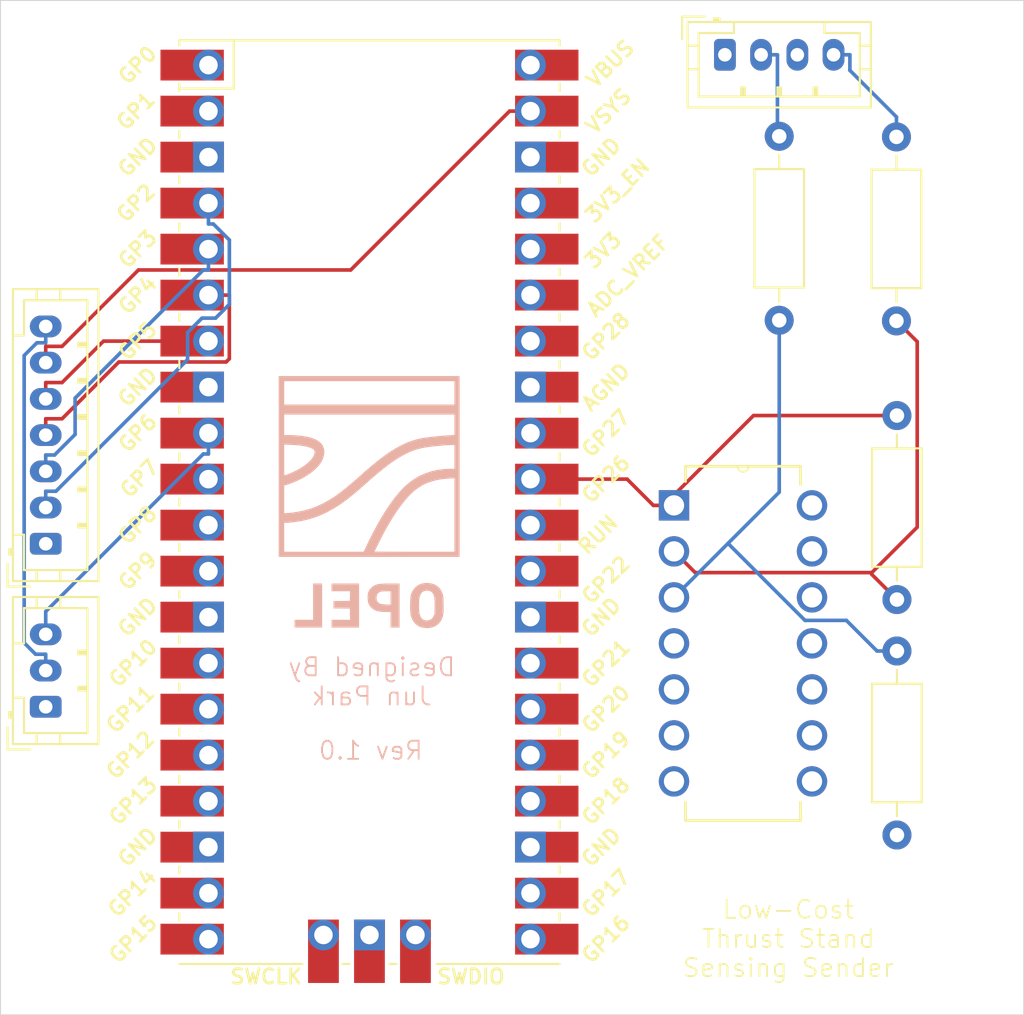
<source format=kicad_pcb>
(kicad_pcb (version 20240108) (generator "pcbnew") (generator_version "8.0")
  (layers (0 "F.Cu" signal) (31 "B.Cu" signal) (34 "B.Paste" user) (35 "F.Paste" user) (36 "B.SilkS" user "B.Silkscreen") (37 "F.SilkS" user "F.Silkscreen") (38 "B.Mask" user) (39 "F.Mask" user) (44 "Edge.Cuts" user))
  (net 0 "")
  (net 1 "/SERVO")
  (net 2 "/3V3_Chamber")
  (net 7 "/OUT1")
  (net 9 "/ADC")
  (net 11 "/5V")
  (net 14 "Net-(U3-POS1)")
  (net 34 "/GND")
  (net 36 "/3V3")
  (net 49 "/FS_OUTPUT(-)")
  (net 50 "/FS_OUTPUT(+)")
  (net 58 "/I2C0_SDA")
  (net 59 "/I2C1_SCL")
  (net 60 "/I2C0_SCL")
  (net 61 "/I2C1_SDA")
  (footprint "Resistor_THT:R_Axial_DIN0207_L6.3mm_D2.5mm_P10.16mm_Horizontal" (layer "F.Cu") (at 183 153.58 90)
    (property "Reference" "R2" (hide yes))
    (property "Value" "50k" (hide yes))
    (pad "1" thru_hole circle (at 0 0 90) (size 1.6 1.6) (drill 0.8) (layers "*.Cu" "*.Mask") (net 34 "/GND"))
    (pad "2" thru_hole oval (at 10.16 0 90) (size 1.6 1.6) (drill 0.8) (layers "*.Cu" "*.Mask") (net 14 "Net-(U3-POS1)"))
  )
  (footprint "MountingHole:MountingHole_2.2mm_M2" (layer "F.Cu") (at 187 157.5)
    (property "Reference" "H4" (hide yes))
    (property "Value" "MountingHole" (hide yes))
    (pad "" np_thru_hole circle (at 0 0) (size 2.2 2.2) (drill 2.2) (layers "*.Cu" "*.Mask"))
  )
  (footprint "LMC6484IN_NOPB:DIP254P762X508-14" (layer "F.Cu") (at 178.31 150.62)
    (property "Reference" "U3" (hide yes))
    (property "Value" "LMC6484IN_NOPB" (hide yes))
    (pad "1" thru_hole rect (at -7.62 -15.24) (size 1.6764 1.6764) (drill 1.1176) (layers "*.Cu" "*.Mask") (net 9 "/ADC"))
    (pad "2" thru_hole circle (at -7.62 -12.7) (size 1.6764 1.6764) (drill 1.1176) (layers "*.Cu" "*.Mask") (net 7 "/OUT1"))
    (pad "3" thru_hole circle (at -7.62 -10.16) (size 1.6764 1.6764) (drill 1.1176) (layers "*.Cu" "*.Mask") (net 14 "Net-(U3-POS1)"))
    (pad "4" thru_hole circle (at -7.62 -7.62) (size 1.6764 1.6764) (drill 1.1176) (layers "*.Cu" "*.Mask") (net 2 "/3V3_Chamber"))
    (pad "5" thru_hole circle (at -7.62 -5.08) (size 1.6764 1.6764) (drill 1.1176) (layers "*.Cu" "*.Mask"))
    (pad "6" thru_hole circle (at -7.62 -2.54) (size 1.6764 1.6764) (drill 1.1176) (layers "*.Cu" "*.Mask"))
    (pad "7" thru_hole circle (at -7.62 0) (size 1.6764 1.6764) (drill 1.1176) (layers "*.Cu" "*.Mask"))
    (pad "8" thru_hole circle (at 0 0) (size 1.6764 1.6764) (drill 1.1176) (layers "*.Cu" "*.Mask"))
    (pad "9" thru_hole circle (at 0 -2.54) (size 1.6764 1.6764) (drill 1.1176) (layers "*.Cu" "*.Mask"))
    (pad "10" thru_hole circle (at 0 -5.08) (size 1.6764 1.6764) (drill 1.1176) (layers "*.Cu" "*.Mask"))
    (pad "11" thru_hole circle (at 0 -7.62) (size 1.6764 1.6764) (drill 1.1176) (layers "*.Cu" "*.Mask") (net 34 "/GND"))
    (pad "12" thru_hole circle (at 0 -10.16) (size 1.6764 1.6764) (drill 1.1176) (layers "*.Cu" "*.Mask"))
    (pad "13" thru_hole circle (at 0 -12.7) (size 1.6764 1.6764) (drill 1.1176) (layers "*.Cu" "*.Mask"))
    (pad "14" thru_hole circle (at 0 -15.24) (size 1.6764 1.6764) (drill 1.1176) (layers "*.Cu" "*.Mask"))
  )
  (footprint "MountingHole:MountingHole_2.2mm_M2" (layer "F.Cu") (at 136.5 112)
    (property "Reference" "H1" (hide yes))
    (property "Value" "MountingHole" (hide yes))
    (pad "" np_thru_hole circle (at 0 0) (size 2.2 2.2) (drill 2.2) (layers "*.Cu" "*.Mask"))
  )
  (footprint "Connector_JST:JST_PH_B7B-PH-K_1x07_P2.00mm_Vertical" (layer "F.Cu") (at 136 137.5 90)
    (property "Reference" "J1" (hide yes))
    (property "Value" "Conn_01x07_Socket" (hide yes))
    (pad "1" thru_hole roundrect (at 0 0 90) (size 1.2 1.75) (drill 0.75) (layers "*.Cu" "*.Mask") (roundrect_rratio 0.208333) (net 34 "/GND"))
    (pad "2" thru_hole oval (at 2 0 90) (size 1.2 1.75) (drill 0.75) (layers "*.Cu" "*.Mask") (net 61 "/I2C1_SDA"))
    (pad "3" thru_hole oval (at 4 0 90) (size 1.2 1.75) (drill 0.75) (layers "*.Cu" "*.Mask") (net 59 "/I2C1_SCL"))
    (pad "4" thru_hole oval (at 6 0 90) (size 1.2 1.75) (drill 0.75) (layers "*.Cu" "*.Mask") (net 58 "/I2C0_SDA"))
    (pad "5" thru_hole oval (at 8 0 90) (size 1.2 1.75) (drill 0.75) (layers "*.Cu" "*.Mask") (net 60 "/I2C0_SCL"))
    (pad "6" thru_hole oval (at 10 0 90) (size 1.2 1.75) (drill 0.75) (layers "*.Cu" "*.Mask") (net 36 "/3V3"))
    (pad "7" thru_hole oval (at 12 0 90) (size 1.2 1.75) (drill 0.75) (layers "*.Cu" "*.Mask") (net 11 "/5V"))
  )
  (footprint "MountingHole:MountingHole_2.2mm_M2" (layer "F.Cu") (at 187 112)
    (property "Reference" "H3" (hide yes))
    (property "Value" "MountingHole" (hide yes))
    (pad "" np_thru_hole circle (at 0 0) (size 2.2 2.2) (drill 2.2) (layers "*.Cu" "*.Mask"))
  )
  (footprint "Resistor_THT:R_Axial_DIN0207_L6.3mm_D2.5mm_P10.16mm_Horizontal" (layer "F.Cu") (at 183 140.58 90)
    (property "Reference" "R4" (hide yes))
    (property "Value" "50k" (hide yes))
    (pad "1" thru_hole circle (at 0 0 90) (size 1.6 1.6) (drill 0.8) (layers "*.Cu" "*.Mask") (net 7 "/OUT1"))
    (pad "2" thru_hole oval (at 10.16 0 90) (size 1.6 1.6) (drill 0.8) (layers "*.Cu" "*.Mask") (net 9 "/ADC"))
  )
  (footprint "Connector_JST:JST_PH_B3B-PH-K_1x03_P2.00mm_Vertical" (layer "F.Cu") (at 136 146.5 90)
    (property "Reference" "J3" (hide yes))
    (property "Value" "Conn_01x03_Socket" (hide yes))
    (pad "1" thru_hole roundrect (at 0 0 90) (size 1.2 1.75) (drill 0.75) (layers "*.Cu" "*.Mask") (roundrect_rratio 0.208333) (net 34 "/GND"))
    (pad "2" thru_hole oval (at 2 0 90) (size 1.2 1.75) (drill 0.75) (layers "*.Cu" "*.Mask") (net 11 "/5V"))
    (pad "3" thru_hole oval (at 4 0 90) (size 1.2 1.75) (drill 0.75) (layers "*.Cu" "*.Mask") (net 1 "/SERVO"))
  )
  (footprint "Resistor_THT:R_Axial_DIN0207_L6.3mm_D2.5mm_P10.16mm_Horizontal" (layer "F.Cu") (at 182.9729 125.1936 90)
    (property "Reference" "R3" (hide yes))
    (property "Value" "10k" (hide yes))
    (pad "1" thru_hole circle (at 0 0 90) (size 1.6 1.6) (drill 0.8) (layers "*.Cu" "*.Mask") (net 7 "/OUT1"))
    (pad "2" thru_hole oval (at 10.16 0 90) (size 1.6 1.6) (drill 0.8) (layers "*.Cu" "*.Mask") (net 49 "/FS_OUTPUT(-)"))
  )
  (footprint "MCU_RaspberryPi_and_Boards:RPi_Pico_SMD_TH" (layer "F.Cu") (at 153.875 135.2)
    (property "Reference" "U4" (hide yes))
    (property "Value" "Pico" (hide yes))
    (fp_text user "GP11" (at -13.2 11.43 45) (layer "F.SilkS") (effects (font (size 0.8 0.8))))
    (fp_text user "GP8" (at -12.8 1.27 45) (layer "F.SilkS") (effects (font (size 0.8 0.8))))
    (fp_text user "GP14" (at -13.1 21.59 45) (layer "F.SilkS") (effects (font (size 0.8 0.8))))
    (fp_text user "GND" (at -12.8 19.05 45) (layer "F.SilkS") (effects (font (size 0.8 0.8))))
    (fp_text user "GP7" (at -12.7 -1.3 45) (layer "F.SilkS") (effects (font (size 0.8 0.8))))
    (fp_text user "GP28" (at 13.054 -9.144 45) (layer "F.SilkS") (effects (font (size 0.8 0.8))))
    (fp_text user "GP2" (at -12.9 -16.51 45) (layer "F.SilkS") (effects (font (size 0.8 0.8))))
    (fp_text user "GND" (at 12.8 -19.05 45) (layer "F.SilkS") (effects (font (size 0.8 0.8))))
    (fp_text user "GP10" (at -13.054 8.89 45) (layer "F.SilkS") (effects (font (size 0.8 0.8))))
    (fp_text user "3V3_EN" (at 13.7 -17.2 45) (layer "F.SilkS") (effects (font (size 0.8 0.8))))
    (fp_text user "SWDIO" (at 5.6 26.2 0) (layer "F.SilkS") (effects (font (size 0.8 0.8))))
    (fp_text user "GP20" (at 13.054 11.43 45) (layer "F.SilkS") (effects (font (size 0.8 0.8))))
    (fp_text user "GP19" (at 13.054 13.97 45) (layer "F.SilkS") (effects (font (size 0.8 0.8))))
    (fp_text user "SWCLK" (at -5.7 26.2 0) (layer "F.SilkS") (effects (font (size 0.8 0.8))))
    (fp_text user "GND" (at -12.8 -19.05 45) (layer "F.SilkS") (effects (font (size 0.8 0.8))))
    (fp_text user "RUN" (at 12.625 1.8 45) (layer "F.SilkS") (effects (font (size 0.8 0.8))))
    (fp_text user "GP0" (at -12.8 -24.13 45) (layer "F.SilkS") (effects (font (size 0.8 0.8))))
    (fp_text user "GP27" (at 13.054 -3.8 45) (layer "F.SilkS") (effects (font (size 0.8 0.8))))
    (fp_text user "GND" (at -12.8 -6.35 45) (layer "F.SilkS") (effects (font (size 0.8 0.8))))
    (fp_text user "GND" (at -12.8 6.35 45) (layer "F.SilkS") (effects (font (size 0.8 0.8))))
    (fp_text user "GP21" (at 13.054 8.9 45) (layer "F.SilkS") (effects (font (size 0.8 0.8))))
    (fp_text user "GND" (at 12.8 19.05 45) (layer "F.SilkS") (effects (font (size 0.8 0.8))))
    (fp_text user "GP4" (at -12.8 -11.43 45) (layer "F.SilkS") (effects (font (size 0.8 0.8))))
    (fp_text user "GP6" (at -12.8 -3.81 45) (layer "F.SilkS") (effects (font (size 0.8 0.8))))
    (fp_text user "GP12" (at -13.2 13.97 45) (layer "F.SilkS") (effects (font (size 0.8 0.8))))
    (fp_text user "GP15" (at -13.054 24.13 45) (layer "F.SilkS") (effects (font (size 0.8 0.8))))
    (fp_text user "GP18" (at 13.054 16.51 45) (layer "F.SilkS") (effects (font (size 0.8 0.8))))
    (fp_text user "GP16" (at 13.054 24.13 45) (layer "F.SilkS") (effects (font (size 0.8 0.8))))
    (fp_text user "GP5" (at -12.8 -8.89 45) (layer "F.SilkS") (effects (font (size 0.8 0.8))))
    (fp_text user "GP13" (at -13.054 16.51 45) (layer "F.SilkS") (effects (font (size 0.8 0.8))))
    (fp_text user "GND" (at 12.8 6.35 45) (layer "F.SilkS") (effects (font (size 0.8 0.8))))
    (fp_text user "AGND" (at 13.054 -6.35 45) (layer "F.SilkS") (effects (font (size 0.8 0.8))))
    (fp_text user "VBUS" (at 13.3 -24.2 45) (layer "F.SilkS") (effects (font (size 0.8 0.8))))
    (fp_text user "VSYS" (at 13.2 -21.59 45) (layer "F.SilkS") (effects (font (size 0.8 0.8))))
    (fp_text user "GP3" (at -12.8 -13.97 45) (layer "F.SilkS") (effects (font (size 0.8 0.8))))
    (fp_text user "GP1" (at -12.9 -21.6 45) (layer "F.SilkS") (effects (font (size 0.8 0.8))))
    (fp_text user "3V3" (at 12.9 -13.9 45) (layer "F.SilkS") (effects (font (size 0.8 0.8))))
    (fp_text user "GP26" (at 13.054 -1.27 45) (layer "F.SilkS") (effects (font (size 0.8 0.8))))
    (fp_text user "GP17" (at 13.054 21.59 45) (layer "F.SilkS") (effects (font (size 0.8 0.8))))
    (fp_text user "ADC_VREF" (at 14.27 -12.5 45) (layer "F.SilkS") (effects (font (size 0.8 0.8))))
    (fp_text user "GP22" (at 13.054 4.3 45) (layer "F.SilkS") (effects (font (size 0.8 0.8))))
    (fp_text user "GP9" (at -12.8 3.81 45) (layer "F.SilkS") (effects (font (size 0.8 0.8))))
    (pad "" np_thru_hole oval (at -2.725 -24) (size 1.8 1.8) (drill 1.8) (layers "*.Cu" "*.Mask"))
    (pad "" np_thru_hole oval (at -2.425 -20.97) (size 1.5 1.5) (drill 1.5) (layers "*.Cu" "*.Mask"))
    (pad "" np_thru_hole oval (at 2.425 -20.97) (size 1.5 1.5) (drill 1.5) (layers "*.Cu" "*.Mask"))
    (pad "" np_thru_hole oval (at 2.725 -24) (size 1.8 1.8) (drill 1.8) (layers "*.Cu" "*.Mask"))
    (pad "1" thru_hole oval (at -8.89 -24.13) (size 1.7 1.7) (drill 1.02) (layers "*.Cu" "*.Mask"))
    (pad "1" smd rect (at -8.89 -24.13) (size 3.5 1.7) (drill (offset -0.9 0)) (layers "F.Cu" "F.Mask"))
    (pad "2" thru_hole oval (at -8.89 -21.59) (size 1.7 1.7) (drill 1.02) (layers "*.Cu" "*.Mask"))
    (pad "2" smd rect (at -8.89 -21.59) (size 3.5 1.7) (drill (offset -0.9 0)) (layers "F.Cu" "F.Mask"))
    (pad "3" thru_hole rect (at -8.89 -19.05) (size 1.7 1.7) (drill 1.02) (layers "*.Cu" "*.Mask"))
    (pad "3" smd rect (at -8.89 -19.05) (size 3.5 1.7) (drill (offset -0.9 0)) (layers "F.Cu" "F.Mask"))
    (pad "4" thru_hole oval (at -8.89 -16.51) (size 1.7 1.7) (drill 1.02) (layers "*.Cu" "*.Mask") (net 61 "/I2C1_SDA"))
    (pad "4" smd rect (at -8.89 -16.51) (size 3.5 1.7) (drill (offset -0.9 0)) (layers "F.Cu" "F.Mask") (net 61 "/I2C1_SDA"))
    (pad "5" thru_hole oval (at -8.89 -13.97) (size 1.7 1.7) (drill 1.02) (layers "*.Cu" "*.Mask") (net 59 "/I2C1_SCL"))
    (pad "5" smd rect (at -8.89 -13.97) (size 3.5 1.7) (drill (offset -0.9 0)) (layers "F.Cu" "F.Mask") (net 59 "/I2C1_SCL"))
    (pad "6" thru_hole oval (at -8.89 -11.43) (size 1.7 1.7) (drill 1.02) (layers "*.Cu" "*.Mask") (net 58 "/I2C0_SDA"))
    (pad "6" smd rect (at -8.89 -11.43) (size 3.5 1.7) (drill (offset -0.9 0)) (layers "F.Cu" "F.Mask") (net 58 "/I2C0_SDA"))
    (pad "7" thru_hole oval (at -8.89 -8.89) (size 1.7 1.7) (drill 1.02) (layers "*.Cu" "*.Mask") (net 60 "/I2C0_SCL"))
    (pad "7" smd rect (at -8.89 -8.89) (size 3.5 1.7) (drill (offset -0.9 0)) (layers "F.Cu" "F.Mask") (net 60 "/I2C0_SCL"))
    (pad "8" thru_hole rect (at -8.89 -6.35) (size 1.7 1.7) (drill 1.02) (layers "*.Cu" "*.Mask") (net 34 "/GND"))
    (pad "8" smd rect (at -8.89 -6.35) (size 3.5 1.7) (drill (offset -0.9 0)) (layers "F.Cu" "F.Mask") (net 34 "/GND"))
    (pad "9" thru_hole oval (at -8.89 -3.81) (size 1.7 1.7) (drill 1.02) (layers "*.Cu" "*.Mask") (net 1 "/SERVO"))
    (pad "9" smd rect (at -8.89 -3.81) (size 3.5 1.7) (drill (offset -0.9 0)) (layers "F.Cu" "F.Mask") (net 1 "/SERVO"))
    (pad "10" thru_hole oval (at -8.89 -1.27) (size 1.7 1.7) (drill 1.02) (layers "*.Cu" "*.Mask"))
    (pad "10" smd rect (at -8.89 -1.27) (size 3.5 1.7) (drill (offset -0.9 0)) (layers "F.Cu" "F.Mask"))
    (pad "11" thru_hole oval (at -8.89 1.27) (size 1.7 1.7) (drill 1.02) (layers "*.Cu" "*.Mask"))
    (pad "11" smd rect (at -8.89 1.27) (size 3.5 1.7) (drill (offset -0.9 0)) (layers "F.Cu" "F.Mask"))
    (pad "12" thru_hole oval (at -8.89 3.81) (size 1.7 1.7) (drill 1.02) (layers "*.Cu" "*.Mask"))
    (pad "12" smd rect (at -8.89 3.81) (size 3.5 1.7) (drill (offset -0.9 0)) (layers "F.Cu" "F.Mask"))
    (pad "13" thru_hole rect (at -8.89 6.35) (size 1.7 1.7) (drill 1.02) (layers "*.Cu" "*.Mask"))
    (pad "13" smd rect (at -8.89 6.35) (size 3.5 1.7) (drill (offset -0.9 0)) (layers "F.Cu" "F.Mask"))
    (pad "14" thru_hole oval (at -8.89 8.89) (size 1.7 1.7) (drill 1.02) (layers "*.Cu" "*.Mask"))
    (pad "14" smd rect (at -8.89 8.89) (size 3.5 1.7) (drill (offset -0.9 0)) (layers "F.Cu" "F.Mask"))
    (pad "15" thru_hole oval (at -8.89 11.43) (size 1.7 1.7) (drill 1.02) (layers "*.Cu" "*.Mask"))
    (pad "15" smd rect (at -8.89 11.43) (size 3.5 1.7) (drill (offset -0.9 0)) (layers "F.Cu" "F.Mask"))
    (pad "16" thru_hole oval (at -8.89 13.97) (size 1.7 1.7) (drill 1.02) (layers "*.Cu" "*.Mask"))
    (pad "16" smd rect (at -8.89 13.97) (size 3.5 1.7) (drill (offset -0.9 0)) (layers "F.Cu" "F.Mask"))
    (pad "17" thru_hole oval (at -8.89 16.51) (size 1.7 1.7) (drill 1.02) (layers "*.Cu" "*.Mask"))
    (pad "17" smd rect (at -8.89 16.51) (size 3.5 1.7) (drill (offset -0.9 0)) (layers "F.Cu" "F.Mask"))
    (pad "18" thru_hole rect (at -8.89 19.05) (size 1.7 1.7) (drill 1.02) (layers "*.Cu" "*.Mask"))
    (pad "18" smd rect (at -8.89 19.05) (size 3.5 1.7) (drill (offset -0.9 0)) (layers "F.Cu" "F.Mask"))
    (pad "19" thru_hole oval (at -8.89 21.59) (size 1.7 1.7) (drill 1.02) (layers "*.Cu" "*.Mask"))
    (pad "19" smd rect (at -8.89 21.59) (size 3.5 1.7) (drill (offset -0.9 0)) (layers "F.Cu" "F.Mask"))
    (pad "20" thru_hole oval (at -8.89 24.13) (size 1.7 1.7) (drill 1.02) (layers "*.Cu" "*.Mask"))
    (pad "20" smd rect (at -8.89 24.13) (size 3.5 1.7) (drill (offset -0.9 0)) (layers "F.Cu" "F.Mask"))
    (pad "21" thru_hole oval (at 8.89 24.13) (size 1.7 1.7) (drill 1.02) (layers "*.Cu" "*.Mask"))
    (pad "21" smd rect (at 8.89 24.13) (size 3.5 1.7) (drill (offset 0.9 0)) (layers "F.Cu" "F.Mask"))
    (pad "22" thru_hole oval (at 8.89 21.59) (size 1.7 1.7) (drill 1.02) (layers "*.Cu" "*.Mask"))
    (pad "22" smd rect (at 8.89 21.59) (size 3.5 1.7) (drill (offset 0.9 0)) (layers "F.Cu" "F.Mask"))
    (pad "23" thru_hole rect (at 8.89 19.05) (size 1.7 1.7) (drill 1.02) (layers "*.Cu" "*.Mask") (net 34 "/GND"))
    (pad "23" smd rect (at 8.89 19.05) (size 3.5 1.7) (drill (offset 0.9 0)) (layers "F.Cu" "F.Mask") (net 34 "/GND"))
    (pad "24" thru_hole oval (at 8.89 16.51) (size 1.7 1.7) (drill 1.02) (layers "*.Cu" "*.Mask"))
    (pad "24" smd rect (at 8.89 16.51) (size 3.5 1.7) (drill (offset 0.9 0)) (layers "F.Cu" "F.Mask"))
    (pad "25" thru_hole oval (at 8.89 13.97) (size 1.7 1.7) (drill 1.02) (layers "*.Cu" "*.Mask"))
    (pad "25" smd rect (at 8.89 13.97) (size 3.5 1.7) (drill (offset 0.9 0)) (layers "F.Cu" "F.Mask"))
    (pad "26" thru_hole oval (at 8.89 11.43) (size 1.7 1.7) (drill 1.02) (layers "*.Cu" "*.Mask"))
    (pad "26" smd rect (at 8.89 11.43) (size 3.5 1.7) (drill (offset 0.9 0)) (layers "F.Cu" "F.Mask"))
    (pad "27" thru_hole oval (at 8.89 8.89) (size 1.7 1.7) (drill 1.02) (layers "*.Cu" "*.Mask"))
    (pad "27" smd rect (at 8.89 8.89) (size 3.5 1.7) (drill (offset 0.9 0)) (layers "F.Cu" "F.Mask"))
    (pad "28" thru_hole rect (at 8.89 6.35) (size 1.7 1.7) (drill 1.02) (layers "*.Cu" "*.Mask") (net 34 "/GND"))
    (pad "28" smd rect (at 8.89 6.35) (size 3.5 1.7) (drill (offset 0.9 0)) (layers "F.Cu" "F.Mask") (net 34 "/GND"))
    (pad "29" thru_hole oval (at 8.89 3.81) (size 1.7 1.7) (drill 1.02) (layers "*.Cu" "*.Mask"))
    (pad "29" smd rect (at 8.89 3.81) (size 3.5 1.7) (drill (offset 0.9 0)) (layers "F.Cu" "F.Mask"))
    (pad "30" thru_hole oval (at 8.89 1.27) (size 1.7 1.7) (drill 1.02) (layers "*.Cu" "*.Mask"))
    (pad "30" smd rect (at 8.89 1.27) (size 3.5 1.7) (drill (offset 0.9 0)) (layers "F.Cu" "F.Mask"))
    (pad "31" thru_hole oval (at 8.89 -1.27) (size 1.7 1.7) (drill 1.02) (layers "*.Cu" "*.Mask") (net 9 "/ADC"))
    (pad "31" smd rect (at 8.89 -1.27) (size 3.5 1.7) (drill (offset 0.9 0)) (layers "F.Cu" "F.Mask") (net 9 "/ADC"))
    (pad "32" thru_hole oval (at 8.89 -3.81) (size 1.7 1.7) (drill 1.02) (layers "*.Cu" "*.Mask"))
    (pad "32" smd rect (at 8.89 -3.81) (size 3.5 1.7) (drill (offset 0.9 0)) (layers "F.Cu" "F.Mask"))
    (pad "33" thru_hole rect (at 8.89 -6.35) (size 1.7 1.7) (drill 1.02) (layers "*.Cu" "*.Mask"))
    (pad "33" smd rect (at 8.89 -6.35) (size 3.5 1.7) (drill (offset 0.9 0)) (layers "F.Cu" "F.Mask"))
    (pad "34" thru_hole oval (at 8.89 -8.89) (size 1.7 1.7) (drill 1.02) (layers "*.Cu" "*.Mask"))
    (pad "34" smd rect (at 8.89 -8.89) (size 3.5 1.7) (drill (offset 0.9 0)) (layers "F.Cu" "F.Mask"))
    (pad "35" thru_hole oval (at 8.89 -11.43) (size 1.7 1.7) (drill 1.02) (layers "*.Cu" "*.Mask"))
    (pad "35" smd rect (at 8.89 -11.43) (size 3.5 1.7) (drill (offset 0.9 0)) (layers "F.Cu" "F.Mask"))
    (pad "36" thru_hole oval (at 8.89 -13.97) (size 1.7 1.7) (drill 1.02) (layers "*.Cu" "*.Mask") (net 2 "/3V3_Chamber"))
    (pad "36" smd rect (at 8.89 -13.97) (size 3.5 1.7) (drill (offset 0.9 0)) (layers "F.Cu" "F.Mask") (net 2 "/3V3_Chamber"))
    (pad "37" thru_hole oval (at 8.89 -16.51) (size 1.7 1.7) (drill 1.02) (layers "*.Cu" "*.Mask"))
    (pad "37" smd rect (at 8.89 -16.51) (size 3.5 1.7) (drill (offset 0.9 0)) (layers "F.Cu" "F.Mask"))
    (pad "38" thru_hole rect (at 8.89 -19.05) (size 1.7 1.7) (drill 1.02) (layers "*.Cu" "*.Mask") (net 34 "/GND"))
    (pad "38" smd rect (at 8.89 -19.05) (size 3.5 1.7) (drill (offset 0.9 0)) (layers "F.Cu" "F.Mask") (net 34 "/GND"))
    (pad "39" thru_hole oval (at 8.89 -21.59) (size 1.7 1.7) (drill 1.02) (layers "*.Cu" "*.Mask") (net 36 "/3V3"))
    (pad "39" smd rect (at 8.89 -21.59) (size 3.5 1.7) (drill (offset 0.9 0)) (layers "F.Cu" "F.Mask") (net 36 "/3V3"))
    (pad "40" thru_hole oval (at 8.89 -24.13) (size 1.7 1.7) (drill 1.02) (layers "*.Cu" "*.Mask"))
    (pad "40" smd rect (at 8.89 -24.13) (size 3.5 1.7) (drill (offset 0.9 0)) (layers "F.Cu" "F.Mask"))
    (pad "41" thru_hole oval (at -2.54 23.9) (size 1.7 1.7) (drill 1.02) (layers "*.Cu" "*.Mask"))
    (pad "41" smd rect (at -2.54 23.9 90) (size 3.5 1.7) (drill (offset -0.9 0)) (layers "F.Cu" "F.Mask"))
    (pad "42" thru_hole rect (at 0 23.9) (size 1.7 1.7) (drill 1.02) (layers "*.Cu" "*.Mask"))
    (pad "42" smd rect (at 0 23.9 90) (size 3.5 1.7) (drill (offset -0.9 0)) (layers "F.Cu" "F.Mask"))
    (pad "43" thru_hole oval (at 2.54 23.9) (size 1.7 1.7) (drill 1.02) (layers "*.Cu" "*.Mask"))
    (pad "43" smd rect (at 2.54 23.9 90) (size 3.5 1.7) (drill (offset -0.9 0)) (layers "F.Cu" "F.Mask"))
  )
  (footprint "Resistor_THT:R_Axial_DIN0207_L6.3mm_D2.5mm_P10.16mm_Horizontal" (layer "F.Cu") (at 176.5 115 -90)
    (property "Reference" "R1" (hide yes))
    (property "Value" "10k" (hide yes))
    (pad "1" thru_hole circle (at 0 0 270) (size 1.6 1.6) (drill 0.8) (layers "*.Cu" "*.Mask") (net 50 "/FS_OUTPUT(+)"))
    (pad "2" thru_hole oval (at 10.16 0 270) (size 1.6 1.6) (drill 0.8) (layers "*.Cu" "*.Mask") (net 14 "Net-(U3-POS1)"))
  )
  (footprint "MountingHole:MountingHole_2.2mm_M2" (layer "F.Cu") (at 136.5 157.5)
    (property "Reference" "H2" (hide yes))
    (property "Value" "MountingHole" (hide yes))
    (pad "" np_thru_hole circle (at 0 0) (size 2.2 2.2) (drill 2.2) (layers "*.Cu" "*.Mask"))
  )
  (footprint "Connector_JST:JST_PH_B4B-PH-K_1x04_P2.00mm_Vertical" (layer "F.Cu") (at 173.5 110.5)
    (property "Reference" "J2" (hide yes))
    (property "Value" "Conn_01x04_Socket" (hide yes))
    (pad "1" thru_hole roundrect (at 0 0) (size 1.2 1.75) (drill 0.75) (layers "*.Cu" "*.Mask") (roundrect_rratio 0.208333) (net 2 "/3V3_Chamber"))
    (pad "2" thru_hole oval (at 2 0) (size 1.2 1.75) (drill 0.75) (layers "*.Cu" "*.Mask") (net 50 "/FS_OUTPUT(+)"))
    (pad "3" thru_hole oval (at 4 0) (size 1.2 1.75) (drill 0.75) (layers "*.Cu" "*.Mask") (net 34 "/GND"))
    (pad "4" thru_hole oval (at 6 0) (size 1.2 1.75) (drill 0.75) (layers "*.Cu" "*.Mask") (net 49 "/FS_OUTPUT(-)"))
  )
  (footprint "assets:opel_logo" (layer "B.Cu") (at 153.875 135.2 180)
    (property "Reference" "G1" (hide yes))
    (property "Value" "LOGO" (hide yes))
  )
  (gr_rect (start 133.5 107.5) (end 190 163.5) (stroke (width 0.05)) (fill none) (layer "Edge.Cuts"))
  (gr_text "Designed By\nJun Park" (at 154 146.5 0) (layer "B.SilkS") (effects (font (size 1 1) (thickness 0.1)) (justify bottom mirror)))
  (gr_text "Rev 1.0" (at 151 149.5 -0) (layer "B.SilkS") (effects (font (size 1 1) (thickness 0.1)) (justify right bottom mirror)))
  (gr_text "Low-Cost\nThrust Stand\nSensing Sender" (at 177 161.5 0) (layer "F.SilkS") (effects (font (size 1 1) (thickness 0.1)) (justify bottom)))
  (segment (start 144.6971 132.5417) (end 136 141.2388) (width 0.2) (layer "B.Cu") (net 1))
  (segment (start 144.985 132.5417) (end 144.6971 132.5417) (width 0.2) (layer "B.Cu") (net 1))
  (segment (start 144.985 131.39) (end 144.985 132.5417) (width 0.2) (layer "B.Cu") (net 1))
  (segment (start 136 141.2388) (end 136 142.5) (width 0.2) (layer "B.Cu") (net 1))
  (segment (start 170.69 137.92) (end 171.862 139.092) (width 0.2) (layer "F.Cu") (net 7))
  (segment (start 171.862 139.092) (end 181.61 139.092) (width 0.2) (layer "F.Cu") (net 7))
  (segment (start 184.1196 126.3403) (end 182.9729 125.1936) (width 0.2) (layer "F.Cu") (net 7))
  (segment (start 183 140.58) (end 181.61 139.19) (width 0.2) (layer "F.Cu") (net 7))
  (segment (start 181.61 139.19) (end 181.61 139.092) (width 0.2) (layer "F.Cu") (net 7))
  (segment (start 184.1196 136.5824) (end 184.1196 126.3403) (width 0.2) (layer "F.Cu") (net 7))
  (segment (start 181.61 139.092) (end 184.1196 136.5824) (width 0.2) (layer "F.Cu") (net 7))
  (segment (start 170.1201 135.38) (end 169.5501 135.38) (width 0.2) (layer "F.Cu") (net 9))
  (segment (start 170.69 135.38) (end 170.1201 135.38) (width 0.2) (layer "F.Cu") (net 9))
  (segment (start 175.0801 130.42) (end 183 130.42) (width 0.2) (layer "F.Cu") (net 9))
  (segment (start 162.765 133.93) (end 168.1001 133.93) (width 0.2) (layer "F.Cu") (net 9))
  (segment (start 170.1201 135.38) (end 175.0801 130.42) (width 0.2) (layer "F.Cu") (net 9))
  (segment (start 168.1001 133.93) (end 169.5501 135.38) (width 0.2) (layer "F.Cu") (net 9))
  (segment (start 136 144.5) (end 136 143.5983) (width 0.2) (layer "B.Cu") (net 11))
  (segment (start 135.5135 126.4017) (end 136 126.4017) (width 0.2) (layer "B.Cu") (net 11))
  (segment (start 135.4364 143.5983) (end 134.8096 142.9715) (width 0.2) (layer "B.Cu") (net 11))
  (segment (start 136 143.5983) (end 135.4364 143.5983) (width 0.2) (layer "B.Cu") (net 11))
  (segment (start 134.8096 142.9715) (end 134.8096 127.1056) (width 0.2) (layer "B.Cu") (net 11))
  (segment (start 136 125.5) (end 136 126.4017) (width 0.2) (layer "B.Cu") (net 11))
  (segment (start 134.8096 127.1056) (end 135.5135 126.4017) (width 0.2) (layer "B.Cu") (net 11))
  (segment (start 173.6718 137.4782) (end 177.9236 141.73) (width 0.2) (layer "B.Cu") (net 14))
  (segment (start 183 143.42) (end 181.8983 143.42) (width 0.2) (layer "B.Cu") (net 14))
  (segment (start 176.5 134.65) (end 173.6718 137.4782) (width 0.2) (layer "B.Cu") (net 14))
  (segment (start 173.6718 137.4782) (end 170.69 140.46) (width 0.2) (layer "B.Cu") (net 14))
  (segment (start 180.2083 141.73) (end 181.8983 143.42) (width 0.2) (layer "B.Cu") (net 14))
  (segment (start 177.9236 141.73) (end 180.2083 141.73) (width 0.2) (layer "B.Cu") (net 14))
  (segment (start 176.5 125.16) (end 176.5 134.65) (width 0.2) (layer "B.Cu") (net 14))
  (segment (start 141.1183 122.3817) (end 136.9017 126.5983) (width 0.2) (layer "F.Cu") (net 36))
  (segment (start 162.765 113.61) (end 161.6133 113.61) (width 0.2) (layer "F.Cu") (net 36))
  (segment (start 136 127.5) (end 136 126.5983) (width 0.2) (layer "F.Cu") (net 36))
  (segment (start 152.8416 122.3817) (end 141.1183 122.3817) (width 0.2) (layer "F.Cu") (net 36))
  (segment (start 161.6133 113.61) (end 152.8416 122.3817) (width 0.2) (layer "F.Cu") (net 36))
  (segment (start 136.9017 126.5983) (end 136 126.5983) (width 0.2) (layer "F.Cu") (net 36))
  (segment (start 180.4017 110.5) (end 180.4017 111.3607) (width 0.2) (layer "B.Cu") (net 49))
  (segment (start 182.9729 115.0336) (end 182.9729 113.9319) (width 0.2) (layer "B.Cu") (net 49))
  (segment (start 179.5 110.5) (end 180.4017 110.5) (width 0.2) (layer "B.Cu") (net 49))
  (segment (start 180.4017 111.3607) (end 182.9729 113.9319) (width 0.2) (layer "B.Cu") (net 49))
  (segment (start 175.5 110.5) (end 176.4017 110.5) (width 0.2) (layer "B.Cu") (net 50))
  (segment (start 176.4017 114.9017) (end 176.5 115) (width 0.2) (layer "B.Cu") (net 50))
  (segment (start 176.4017 110.5) (end 176.4017 114.9017) (width 0.2) (layer "B.Cu") (net 50))
  (segment (start 145.96 127.4617) (end 140.0383 127.4617) (width 0.2) (layer "F.Cu") (net 58))
  (segment (start 136.9017 130.5983) (end 136 130.5983) (width 0.2) (layer "F.Cu") (net 58))
  (segment (start 136 131.5) (end 136 130.5983) (width 0.2) (layer "F.Cu") (net 58))
  (segment (start 146.1367 127.285) (end 145.96 127.4617) (width 0.2) (layer "F.Cu") (net 58))
  (segment (start 144.985 123.77) (end 146.1367 123.77) (width 0.2) (layer "F.Cu") (net 58))
  (segment (start 146.1367 123.77) (end 146.1367 127.285) (width 0.2) (layer "F.Cu") (net 58))
  (segment (start 140.0383 127.4617) (end 136.9017 130.5983) (width 0.2) (layer "F.Cu") (net 58))
  (segment (start 144.6971 122.3817) (end 137.622 129.4568) (width 0.2) (layer "B.Cu") (net 59))
  (segment (start 136 133.5) (end 136 132.5983) (width 0.2) (layer "B.Cu") (net 59))
  (segment (start 136.4865 132.5983) (end 136 132.5983) (width 0.2) (layer "B.Cu") (net 59))
  (segment (start 144.985 121.23) (end 144.985 122.3817) (width 0.2) (layer "B.Cu") (net 59))
  (segment (start 137.622 131.4628) (end 136.4865 132.5983) (width 0.2) (layer "B.Cu") (net 59))
  (segment (start 144.985 122.3817) (end 144.6971 122.3817) (width 0.2) (layer "B.Cu") (net 59))
  (segment (start 137.622 129.4568) (end 137.622 131.4628) (width 0.2) (layer "B.Cu") (net 59))
  (segment (start 136 129.5) (end 136 128.5983) (width 0.2) (layer "F.Cu") (net 60))
  (segment (start 139.19 126.31) (end 144.985 126.31) (width 0.2) (layer "F.Cu") (net 60))
  (segment (start 136.9017 128.5983) (end 139.19 126.31) (width 0.2) (layer "F.Cu") (net 60))
  (segment (start 136 128.5983) (end 136.9017 128.5983) (width 0.2) (layer "F.Cu") (net 60))
  (segment (start 136.5636 134.5983) (end 143.8333 127.3286) (width 0.2) (layer "B.Cu") (net 61))
  (segment (start 143.8333 127.3286) (end 143.8333 125.8329) (width 0.2) (layer "B.Cu") (net 61))
  (segment (start 146.1379 120.7261) (end 145.2535 119.8417) (width 0.2) (layer "B.Cu") (net 61))
  (segment (start 145.2535 119.8417) (end 144.985 119.8417) (width 0.2) (layer "B.Cu") (net 61))
  (segment (start 144.985 118.69) (end 144.985 119.8417) (width 0.2) (layer "B.Cu") (net 61))
  (segment (start 144.6262 125.04) (end 145.3807 125.04) (width 0.2) (layer "B.Cu") (net 61))
  (segment (start 143.8333 125.8329) (end 144.6262 125.04) (width 0.2) (layer "B.Cu") (net 61))
  (segment (start 136 134.5983) (end 136.5636 134.5983) (width 0.2) (layer "B.Cu") (net 61))
  (segment (start 146.1379 124.2828) (end 146.1379 120.7261) (width 0.2) (layer "B.Cu") (net 61))
  (segment (start 136 135.5) (end 136 134.5983) (width 0.2) (layer "B.Cu") (net 61))
  (segment (start 145.3807 125.04) (end 146.1379 124.2828) (width 0.2) (layer "B.Cu") (net 61))
)
</source>
